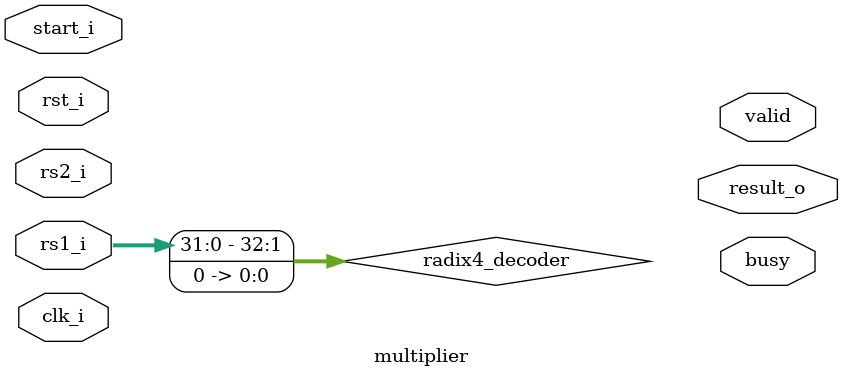
<source format=v>
`timescale 1ns / 1ps


module multiplier#(parameter width=32)(
input [width-1:0]rs1_i,
input [width-1:0]rs2_i,
input clk_i,
input rst_i,
input start_i,

output [2*width-1:0]result_o,
output busy,
output valid
    );
    
    
wire [32:0]radix4_decoder = {rs1_i,1'b0};   
reg  [63:0]PartialProducts [0:16];    // all partial products that generated via radix4 decoder
wire [32:0] rs2_2scomp = ~{1'b0,rs2_i} +1;
reg [63:0]temprs2;

// radix 4 booth decode stage    
genvar k;    
generate
    for(k=0 ;k<16; k=k+1)begin
        always @(*)begin
            if(rs2_2scomp[32])
                temprs2={32'hffffffff,rs2_2scomp};
            else
                temprs2={32'b0,rs2_2scomp};
            case(radix4_decoder[2+2*k:2*k])
                3'b000:begin
                    PartialProducts[k]=32'b0;
                end
                3'b001:begin
                    PartialProducts[k]=rs2_i<<2*k;
                end
                3'b010:begin
                    PartialProducts[k]=rs2_i<<2*k;
                end
                3'b011:begin
                    PartialProducts[k]=rs2_i<<2*k+1;
                end
                3'b100:begin
                    PartialProducts[k]=temprs2<<2*k+1;
                end
                3'b101:begin
                    PartialProducts[k]=temprs2<<2*k;
                end
                3'b110:begin
                    PartialProducts[k]=temprs2<<2*k;
                end
                3'b111:begin
                    PartialProducts[k]=32'b0;
                end
            endcase

        end  
    
    end
    endgenerate
   
  
    
    
    
    
    
    
endmodule

</source>
